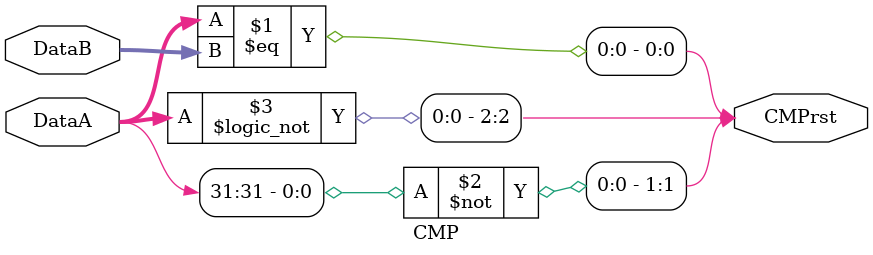
<source format=v>
`timescale 1ns / 1ps
module CMP(
    input [31:0] DataA,
    input [31:0] DataB,
    // output
    output [2:0] CMPrst
    );
    
    assign CMPrst[0] = (DataA == DataB);            // ==
	assign CMPrst[1] = (DataA[31] == 0);            // >=0
	assign CMPrst[2] = (DataA == 0);                // ==0

endmodule

</source>
